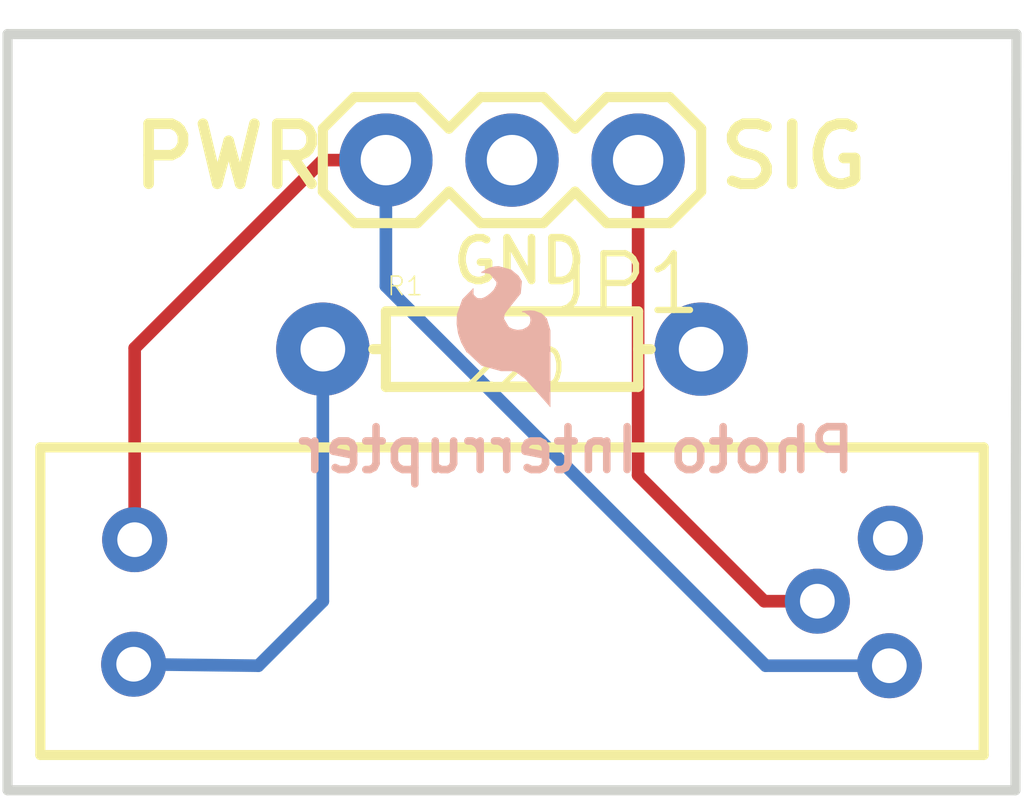
<source format=kicad_pcb>
(kicad_pcb (version 20211014) (generator pcbnew)
  (layers (0 "F.Cu" signal) (31 "B.Cu" signal) (34 "B.Paste" user) (35 "F.Paste" user) (36 "B.SilkS" user "B.Silkscreen") (37 "F.SilkS" user "F.Silkscreen") (38 "B.Mask" user) (39 "F.Mask" user) (44 "Edge.Cuts" user))
  (net 0 "")
  (net 1 "VCC")
  (net 2 "N$2")
  (net 3 "GND")
  (net 4 "SIG")
  (footprint "boardEagle:1X03" (layer "F.Cu") (at 151.0411 99.9236 180)
    (fp_text reference "JP1" (at -1.3462 -1.8288 180) (layer "F.SilkS") (effects (font (size 1.143 1.143) (thickness 0.127)) (justify right top)))
    (fp_text value "")
    (fp_line (start 3.175 -1.27) (end 3.81 -0.635) (layer "F.SilkS") (width 0.2032))
    (fp_line (start 6.35 -0.635) (end 6.35 0.635) (layer "F.SilkS") (width 0.2032))
    (fp_line (start 3.175 1.27) (end 1.905 1.27) (layer "F.SilkS") (width 0.2032))
    (fp_line (start 0.635 -1.27) (end 1.27 -0.635) (layer "F.SilkS") (width 0.2032))
    (fp_line (start -1.27 0.635) (end -0.635 1.27) (layer "F.SilkS") (width 0.2032))
    (fp_line (start 4.445 1.27) (end 3.81 0.635) (layer "F.SilkS") (width 0.2032))
    (fp_line (start 1.905 1.27) (end 1.27 0.635) (layer "F.SilkS") (width 0.2032))
    (fp_line (start 5.715 1.27) (end 4.445 1.27) (layer "F.SilkS") (width 0.2032))
    (fp_line (start -0.635 -1.27) (end 0.635 -1.27) (layer "F.SilkS") (width 0.2032))
    (fp_line (start 3.81 0.635) (end 3.175 1.27) (layer "F.SilkS") (width 0.2032))
    (fp_line (start 3.81 -0.635) (end 4.445 -1.27) (layer "F.SilkS") (width 0.2032))
    (fp_line (start 0.635 1.27) (end -0.635 1.27) (layer "F.SilkS") (width 0.2032))
    (fp_line (start 1.27 -0.635) (end 1.905 -1.27) (layer "F.SilkS") (width 0.2032))
    (fp_line (start 1.27 0.635) (end 0.635 1.27) (layer "F.SilkS") (width 0.2032))
    (fp_line (start -0.635 -1.27) (end -1.27 -0.635) (layer "F.SilkS") (width 0.2032))
    (fp_line (start 5.715 -1.27) (end 6.35 -0.635) (layer "F.SilkS") (width 0.2032))
    (fp_line (start 1.905 -1.27) (end 3.175 -1.27) (layer "F.SilkS") (width 0.2032))
    (fp_line (start 4.445 -1.27) (end 5.715 -1.27) (layer "F.SilkS") (width 0.2032))
    (fp_line (start -1.27 -0.635) (end -1.27 0.635) (layer "F.SilkS") (width 0.2032))
    (fp_line (start 6.35 0.635) (end 5.715 1.27) (layer "F.SilkS") (width 0.2032))
    (pad "1" thru_hole circle (at 0 0 270) (size 1.8796 1.8796) (drill 1.016) (layers *.Cu *.Mask) (net 4 "SIG"))
    (pad "2" thru_hole circle (at 2.54 0 270) (size 1.8796 1.8796) (drill 1.016) (layers *.Cu *.Mask) (net 3 "GND"))
    (pad "3" thru_hole circle (at 5.08 0 270) (size 1.8796 1.8796) (drill 1.016) (layers *.Cu *.Mask) (net 1 "VCC"))
  )
  (footprint "boardEagle:GP1A57HR" (layer "F.Cu") (at 148.5011 108.8136)
    (fp_text reference "U1" hide)
    (fp_text value "GP1A57HR" hide)
    (fp_line (start -9.5 -3.1) (end 9.5 -3.1) (layer "F.SilkS") (width 0.2032))
    (fp_line (start 9.5 -3.1) (end 9.5 3.1) (layer "F.SilkS") (width 0.2032))
    (fp_line (start 9.5 3.1) (end -9.5 3.1) (layer "F.SilkS") (width 0.2032))
    (fp_line (start -9.5 3.1) (end -9.5 -3.1) (layer "F.SilkS") (width 0.2032))
    (pad "" np_thru_hole circle (at 0 0) (size 1.5 1.5) (drill 1.5) (layers *.Cu *.Mask))
    (pad "" np_thru_hole circle (at -8.95 -2) (size 0.7 0.7) (drill 0.7) (layers *.Cu *.Mask))
    (pad "1" thru_hole circle (at -7.6 -1.24) (size 1.3096 1.3096) (drill 0.7) (layers *.Cu *.Mask) (net 1 "VCC"))
    (pad "2" thru_hole circle (at -7.62 1.27) (size 1.3096 1.3096) (drill 0.7) (layers *.Cu *.Mask) (net 2 "N$2"))
    (pad "3" thru_hole circle (at 7.6 1.3) (size 1.3096 1.3096) (drill 0.7) (layers *.Cu *.Mask) (net 1 "VCC"))
    (pad "4" thru_hole circle (at 6.15 0) (size 1.3096 1.3096) (drill 0.7) (layers *.Cu *.Mask) (net 4 "SIG"))
    (pad "5" thru_hole circle (at 7.62 -1.27) (size 1.3096 1.3096) (drill 0.7) (layers *.Cu *.Mask) (net 3 "GND"))
  )
  (footprint "boardEagle:AXIAL-0.3" (layer "F.Cu") (at 148.5011 103.7336)
    (fp_text reference "R1" (at -2.54 -1.27) (layer "F.SilkS") (effects (font (size 0.376489 0.376489) (thickness 0.029911)) (justify left)))
    (fp_text value "220" (at -1.016 0.381) (layer "F.SilkS") (effects (font (size 0.709168 0.709168) (thickness 0.103632)) (justify left)))
    (fp_line (start 2.54 -0.762) (end 2.54 0) (layer "F.SilkS") (width 0.2032))
    (fp_line (start -2.54 0.762) (end -2.54 0) (layer "F.SilkS") (width 0.2032))
    (fp_line (start -2.54 0) (end -2.54 -0.762) (layer "F.SilkS") (width 0.2032))
    (fp_line (start 2.54 0.762) (end -2.54 0.762) (layer "F.SilkS") (width 0.2032))
    (fp_line (start -2.54 0) (end -2.794 0) (layer "F.SilkS") (width 0.2032))
    (fp_line (start 2.54 0) (end 2.54 0.762) (layer "F.SilkS") (width 0.2032))
    (fp_line (start 2.54 0) (end 2.794 0) (layer "F.SilkS") (width 0.2032))
    (fp_line (start -2.54 -0.762) (end 2.54 -0.762) (layer "F.SilkS") (width 0.2032))
    (pad "P$1" thru_hole circle (at -3.81 0) (size 1.8796 1.8796) (drill 0.9) (layers *.Cu *.Mask) (net 2 "N$2"))
    (pad "P$2" thru_hole circle (at 3.81 0) (size 1.8796 1.8796) (drill 0.9) (layers *.Cu *.Mask) (net 3 "GND"))
  )
  (footprint "boardEagle:SFE-LOGO-FLAME" (layer "B.Cu") (at 149.2631 104.8766 180)
    (fp_text reference "U2" hide)
    (fp_text value "LOGO-SFESK" hide)
    (fp_poly (pts (xy 1.126002 2.808203) (xy 1.215449 2.785829) (xy 1.228477 2.780783) (xy 1.240149 2.774875) (xy 1.25686 2.766576) (xy 1.275552 2.759834) (xy 1.371694 2.7026) (xy 1.3793 2.7026) (xy 1.3793 2.6772) (xy 1.306833 2.6772) (xy 1.208418 2.657914) (xy 1.074855 2.495286) (xy 1.079365 2.436825) (xy 1.12809 2.341869) (xy 1.204666 2.265196) (xy 1.294069 2.200638) (xy 1.369348 2.168824) (xy 1.450737 2.171632) (xy 1.458864 2.174186) (xy 1.466257 2.177389) (xy 1.530514 2.236956) (xy 1.5368 2.259812) (xy 1.5368 2.377938) (xy 1.763707 2.148127) (xy 1.868186 1.856841) (xy 1.871603 1.856894) (xy 1.87806 1.650435) (xy 1.848857 1.45742) (xy 1.785308 1.272842) (xy 1.6663 1.061578) (xy 1.6663 1.080581) (xy 1.378131 0.80901) (xy 0.982239 0.6985) (xy 0.753005 0.6985) (xy 0.716201 0.692046) (xy 0.681776 0.679592) (xy 0.496322 0.541784) (xy -0.0126 -0.03091) (xy -0.0126 1.52077) (xy 0.060004 1.761967) (xy 0.168295 1.865489) (xy 0.307122 1.917522) (xy 0.4039 1.925089) (xy 0.499384 1.917623) (xy 0.55991 1.908099) (xy 0.557788 1.884433) (xy 0.522216 1.885242) (xy 0.501784 1.876141) (xy 0.420519 1.817154) (xy 0.400722 1.79067) (xy 0.390395 1.7285) (xy 0.400905 1.665229) (xy 0.421405 1.625174) (xy 0.452343 1.592685) (xy 0.546535 1.54355) (xy 0.652229 1.531742) (xy 0.742768 1.550084) (xy 0.82422 1.589656) (xy 0.92203 1.754659) (xy 0.907706 1.848844) (xy 0.850914 1.930401) (xy 0.584707 2.263237) (xy 0.561667 2.510855) (xy 0.627495 2.621556) (xy 0.629042 2.623103) (xy 0.778901 2.74712) (xy 1.032676 2.817064)) (layer "B.SilkS") (width 0) (fill solid))
  )
  (gr_line (start 158.6411 112.6236) (end 158.6611 97.3836) (layer "Edge.Cuts") (width 0.2032))
  (gr_line (start 138.3411 97.3836) (end 138.3411 112.6236) (layer "Edge.Cuts") (width 0.2032))
  (gr_line (start 158.6611 97.3836) (end 138.3411 97.3836) (layer "Edge.Cuts") (width 0.2032))
  (gr_line (start 138.3411 112.6236) (end 158.6411 112.6236) (layer "Edge.Cuts") (width 0.2032))
  (gr_text "Photo Interrupter" (at 155.4861 106.2736) (layer "B.SilkS") (effects (font (size 0.8636 0.8636) (thickness 0.1524)) (justify left bottom mirror)))
  (gr_text "PWR" (at 140.7541 100.5586) (layer "F.SilkS") (effects (font (size 1.20904 1.20904) (thickness 0.21336)) (justify left bottom)))
  (gr_text "SIG" (at 152.5651 100.5586) (layer "F.SilkS") (effects (font (size 1.20904 1.20904) (thickness 0.21336)) (justify left bottom)))
  (gr_text "GND" (at 147.2311 102.4636) (layer "F.SilkS") (effects (font (size 0.8636 0.8636) (thickness 0.1524)) (justify left bottom)))
  (segment (start 144.6911 99.9236) (end 145.9611 99.9236) (width 0.254) (layer "F.Cu") (net 1))
  (segment (start 140.9011 107.5736) (end 140.9011 103.7136) (width 0.254) (layer "F.Cu") (net 1))
  (segment (start 140.9011 103.7136) (end 144.6911 99.9236) (width 0.254) (layer "F.Cu") (net 1))
  (segment (start 145.9611 102.4636) (end 153.6111 110.1136) (width 0.254) (layer "B.Cu") (net 1))
  (segment (start 145.9611 99.9236) (end 145.9611 102.4636) (width 0.254) (layer "B.Cu") (net 1))
  (segment (start 153.6111 110.1136) (end 156.1011 110.1136) (width 0.254) (layer "B.Cu") (net 1))
  (segment (start 143.3911 110.1136) (end 140.8811 110.0836) (width 0.254) (layer "B.Cu") (net 2))
  (segment (start 143.3911 110.1136) (end 144.6911 108.8136) (width 0.254) (layer "B.Cu") (net 2))
  (segment (start 144.6911 108.8136) (end 144.6911 103.7336) (width 0.254) (layer "B.Cu") (net 2))
  (segment (start 151.0411 106.2736) (end 151.0411 99.9236) (width 0.254) (layer "F.Cu") (net 4))
  (segment (start 154.6511 108.8136) (end 153.5811 108.8136) (width 0.254) (layer "F.Cu") (net 4))
  (segment (start 153.5811 108.8136) (end 151.0411 106.2736) (width 0.254) (layer "F.Cu") (net 4))
)
</source>
